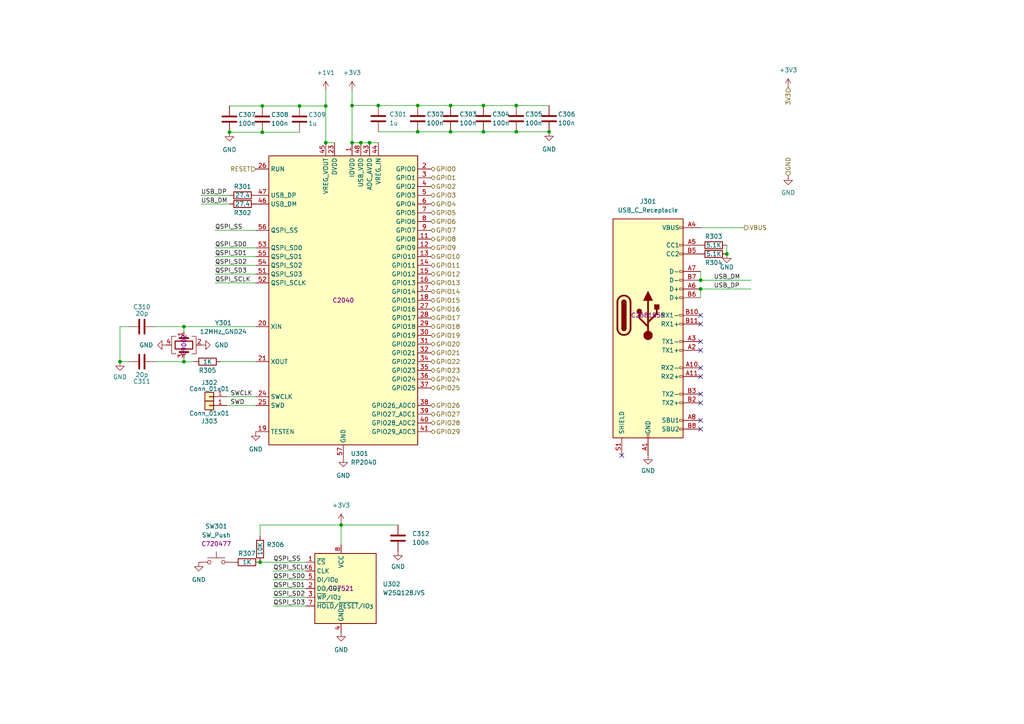
<source format=kicad_sch>
(kicad_sch (version 20250114) (generator "eeschema") (generator_version "9.0")
  (paper "A4")
  (lib_symbols
    (symbol "Connector:USB_C_Receptacle" (pin_names (offset 1.016))
      (property "Reference" "J" (at -10.16 29.21 0))
      (property "Value" "USB_C_Receptacle" (at 10.16 29.21 0))
      (symbol "USB_C_Receptacle_0_0"
        (rectangle (start -0.254 -35.56) (end 0.254 -34.544))
        (rectangle (start 10.16 25.654) (end 9.144 25.146))
        (rectangle (start 10.16 20.574) (end 9.144 20.066))
        (rectangle (start 10.16 18.034) (end 9.144 17.526))
        (rectangle (start 10.16 12.954) (end 9.144 12.446))
        (rectangle (start 10.16 10.414) (end 9.144 9.906))
        (rectangle (start 10.16 7.874) (end 9.144 7.366))
        (rectangle (start 10.16 5.334) (end 9.144 4.826))
        (rectangle (start 10.16 0.254) (end 9.144 -0.254))
        (rectangle (start 10.16 -2.286) (end 9.144 -2.794))
        (rectangle (start 10.16 -7.366) (end 9.144 -7.874))
        (rectangle (start 10.16 -9.906) (end 9.144 -10.414))
        (rectangle (start 10.16 -14.986) (end 9.144 -15.494))
        (rectangle (start 10.16 -17.526) (end 9.144 -18.034))
        (rectangle (start 10.16 -22.606) (end 9.144 -23.114))
        (rectangle (start 10.16 -25.146) (end 9.144 -25.654))
        (rectangle (start 10.16 -30.226) (end 9.144 -30.734))
        (rectangle (start 10.16 -32.766) (end 9.144 -33.274))
      )
      (symbol "USB_C_Receptacle_0_1"
        (rectangle (start -10.16 27.94) (end 10.16 -35.56) (stroke (width 0.254)) (fill (type background)))
        (polyline (pts (xy -8.89 -3.81) (xy -8.89 3.81)) (stroke (width 0.508)))
        (rectangle (start -7.62 -3.81) (end -6.35 3.81) (stroke (width 0.254)) (fill (type outline)))
        (arc (start -7.62 3.81) (mid -6.985 4.4423) (end -6.35 3.81) (stroke (width 0.254)))
        (arc (start -7.62 3.81) (mid -6.985 4.4423) (end -6.35 3.81) (stroke (width 0.254)) (fill (type outline)))
        (arc (start -8.89 3.81) (mid -6.985 5.7067) (end -5.08 3.81) (stroke (width 0.508)))
        (arc (start -5.08 -3.81) (mid -6.985 -5.7067) (end -8.89 -3.81) (stroke (width 0.508)))
        (arc (start -6.35 -3.81) (mid -6.985 -4.4423) (end -7.62 -3.81) (stroke (width 0.254)))
        (arc (start -6.35 -3.81) (mid -6.985 -4.4423) (end -7.62 -3.81) (stroke (width 0.254)) (fill (type outline)))
        (polyline (pts (xy -5.08 3.81) (xy -5.08 -3.81)) (stroke (width 0.508)))
      )
      (symbol "USB_C_Receptacle_1_1"
        (circle (center -2.54 1.143) (radius 0.635) (stroke (width 0.254)) (fill (type outline)))
        (polyline (pts (xy -1.27 4.318) (xy 0 6.858) (xy 1.27 4.318) (xy -1.27 4.318)) (stroke (width 0.254)) (fill (type outline)))
        (polyline (pts (xy 0 -2.032) (xy 2.54 0.508) (xy 2.54 1.778)) (stroke (width 0.508)))
        (polyline (pts (xy 0 -3.302) (xy -2.54 -0.762) (xy -2.54 0.508)) (stroke (width 0.508)))
        (polyline (pts (xy 0 -5.842) (xy 0 4.318)) (stroke (width 0.508)))
        (circle (center 0 -5.842) (radius 1.27) (fill (type outline)))
        (rectangle (start 1.905 1.778) (end 3.175 3.048) (stroke (width 0.254)) (fill (type outline)))
        (pin passive line (at -7.62 -40.64 90) (length 5.08) (name "SHIELD") (number "S1"))
        (pin passive line (at 0 -40.64 90) (length 5.08) (name "GND") (number "A1"))
        (pin passive line (at 0 -40.64 90) (length 5.08) (hide yes) (name "GND") (number "A12"))
        (pin passive line (at 0 -40.64 90) (length 5.08) (hide yes) (name "GND") (number "B1"))
        (pin passive line (at 0 -40.64 90) (length 5.08) (hide yes) (name "GND") (number "B12"))
        (pin passive line (at 15.24 25.4 180) (length 5.08) (name "VBUS") (number "A4"))
        (pin passive line (at 15.24 25.4 180) (length 5.08) (hide yes) (name "VBUS") (number "A9"))
        (pin passive line (at 15.24 25.4 180) (length 5.08) (hide yes) (name "VBUS") (number "B4"))
        (pin passive line (at 15.24 25.4 180) (length 5.08) (hide yes) (name "VBUS") (number "B9"))
        (pin bidirectional line (at 15.24 20.32 180) (length 5.08) (name "CC1") (number "A5"))
        (pin bidirectional line (at 15.24 17.78 180) (length 5.08) (name "CC2") (number "B5"))
        (pin bidirectional line (at 15.24 12.7 180) (length 5.08) (name "D-") (number "A7"))
        (pin bidirectional line (at 15.24 10.16 180) (length 5.08) (name "D-") (number "B7"))
        (pin bidirectional line (at 15.24 7.62 180) (length 5.08) (name "D+") (number "A6"))
        (pin bidirectional line (at 15.24 5.08 180) (length 5.08) (name "D+") (number "B6"))
        (pin bidirectional line (at 15.24 0 180) (length 5.08) (name "RX1-") (number "B10"))
        (pin bidirectional line (at 15.24 -2.54 180) (length 5.08) (name "RX1+") (number "B11"))
        (pin bidirectional line (at 15.24 -7.62 180) (length 5.08) (name "TX1-") (number "A3"))
        (pin bidirectional line (at 15.24 -10.16 180) (length 5.08) (name "TX1+") (number "A2"))
        (pin bidirectional line (at 15.24 -15.24 180) (length 5.08) (name "RX2-") (number "A10"))
        (pin bidirectional line (at 15.24 -17.78 180) (length 5.08) (name "RX2+") (number "A11"))
        (pin bidirectional line (at 15.24 -22.86 180) (length 5.08) (name "TX2-") (number "B3"))
        (pin bidirectional line (at 15.24 -25.4 180) (length 5.08) (name "TX2+") (number "B2"))
        (pin bidirectional line (at 15.24 -30.48 180) (length 5.08) (name "SBU1") (number "A8"))
        (pin bidirectional line (at 15.24 -33.02 180) (length 5.08) (name "SBU2") (number "B8"))
      )
    )
    (symbol "Connector_Generic:Conn_01x01" (pin_names (offset 1.016) (hide yes))
      (property "Reference" "J" (at 0 2.54 0))
      (property "Value" "Conn_01x01" (at 0 -2.54 0))
      (symbol "Conn_01x01_1_1"
        (rectangle (start -1.27 1.27) (end 1.27 -1.27) (stroke (width 0.254)) (fill (type background)))
        (rectangle (start -1.27 0.127) (end 0 -0.127) (stroke (width 0.1524)))
        (pin passive line (at -5.08 0 0) (length 3.81) (name "Pin_1") (number "1"))
      )
    )
    (symbol "Device:C" (pin_numbers (hide yes)) (pin_names (offset 0.254))
      (property "Reference" "C" (at 0.635 2.54 0))
      (property "Value" "C" (at 0.635 -2.54 0))
      (symbol "C_0_1"
        (polyline (pts (xy -2.032 0.762) (xy 2.032 0.762)) (stroke (width 0.508)))
        (polyline (pts (xy -2.032 -0.762) (xy 2.032 -0.762)) (stroke (width 0.508)))
      )
      (symbol "C_1_1"
        (pin passive line (at 0 3.81 270) (length 2.794) (name "~") (number "1"))
        (pin passive line (at 0 -3.81 90) (length 2.794) (name "~") (number "2"))
      )
    )
    (symbol "Device:Crystal_GND24" (pin_names (offset 1.016) (hide yes))
      (property "Reference" "Y" (at 3.175 5.08 0))
      (property "Value" "Crystal_GND24" (at 3.175 3.175 0))
      (symbol "Crystal_GND24_0_1"
        (polyline (pts (xy -2.54 2.286) (xy -2.54 3.556) (xy 2.54 3.556) (xy 2.54 2.286)))
        (polyline (pts (xy -2.54 0) (xy -2.032 0)))
        (polyline (pts (xy -2.54 -2.286) (xy -2.54 -3.556) (xy 2.54 -3.556) (xy 2.54 -2.286)))
        (polyline (pts (xy -2.032 -1.27) (xy -2.032 1.27)) (stroke (width 0.508)))
        (rectangle (start -1.143 2.54) (end 1.143 -2.54) (stroke (width 0.3048)))
        (polyline (pts (xy 0 3.556) (xy 0 3.81)))
        (polyline (pts (xy 0 -3.81) (xy 0 -3.556)))
        (polyline (pts (xy 2.032 0) (xy 2.54 0)))
        (polyline (pts (xy 2.032 -1.27) (xy 2.032 1.27)) (stroke (width 0.508)))
      )
      (symbol "Crystal_GND24_1_1"
        (pin passive line (at -3.81 0 0) (length 1.27) (name "1") (number "1"))
        (pin passive line (at 0 5.08 270) (length 1.27) (name "2") (number "2"))
        (pin passive line (at 0 -5.08 90) (length 1.27) (name "4") (number "4"))
        (pin passive line (at 3.81 0 180) (length 1.27) (name "3") (number "3"))
      )
    )
    (symbol "Device:R" (pin_numbers (hide yes)) (pin_names (offset 0))
      (property "Reference" "R" (at 2.032 0 90))
      (property "Value" "R" (at 0 0 90))
      (symbol "R_0_1"
        (rectangle (start -1.016 -2.54) (end 1.016 2.54) (stroke (width 0.254)))
      )
      (symbol "R_1_1"
        (pin passive line (at 0 3.81 270) (length 1.27) (name "~") (number "1"))
        (pin passive line (at 0 -3.81 90) (length 1.27) (name "~") (number "2"))
      )
    )
    (symbol "MCU_RaspberryPi:RP2040"
      (property "Reference" "U" (at 17.78 45.72 0))
      (property "Value" "RP2040" (at 17.78 43.18 0))
      (symbol "RP2040_0_1"
        (rectangle (start -21.59 41.91) (end 21.59 -41.91) (stroke (width 0.254)) (fill (type background)))
      )
      (symbol "RP2040_1_1"
        (pin input line (at -25.4 38.1 0) (length 3.81) (name "RUN") (number "26"))
        (pin bidirectional line (at -25.4 30.48 0) (length 3.81) (name "USB_DP") (number "47"))
        (pin bidirectional line (at -25.4 27.94 0) (length 3.81) (name "USB_DM") (number "46"))
        (pin bidirectional line (at -25.4 20.32 0) (length 3.81) (name "QSPI_SS") (number "56"))
        (pin bidirectional line (at -25.4 15.24 0) (length 3.81) (name "QSPI_SD0") (number "53"))
        (pin bidirectional line (at -25.4 12.7 0) (length 3.81) (name "QSPI_SD1") (number "55"))
        (pin bidirectional line (at -25.4 10.16 0) (length 3.81) (name "QSPI_SD2") (number "54"))
        (pin bidirectional line (at -25.4 7.62 0) (length 3.81) (name "QSPI_SD3") (number "51"))
        (pin output line (at -25.4 5.08 0) (length 3.81) (name "QSPI_SCLK") (number "52"))
        (pin input line (at -25.4 -7.62 0) (length 3.81) (name "XIN") (number "20"))
        (pin passive line (at -25.4 -17.78 0) (length 3.81) (name "XOUT") (number "21"))
        (pin input line (at -25.4 -27.94 0) (length 3.81) (name "SWCLK") (number "24"))
        (pin bidirectional line (at -25.4 -30.48 0) (length 3.81) (name "SWD") (number "25"))
        (pin input line (at -25.4 -38.1 0) (length 3.81) (name "TESTEN") (number "19"))
        (pin power_out line (at -5.08 45.72 270) (length 3.81) (name "VREG_VOUT") (number "45"))
        (pin power_in line (at -2.54 45.72 270) (length 3.81) (name "DVDD") (number "23"))
        (pin passive line (at -2.54 45.72 270) (length 3.81) (hide yes) (name "DVDD") (number "50"))
        (pin power_in line (at 0 -45.72 90) (length 3.81) (name "GND") (number "57"))
        (pin power_in line (at 2.54 45.72 270) (length 3.81) (name "IOVDD") (number "1"))
        (pin passive line (at 2.54 45.72 270) (length 3.81) (hide yes) (name "IOVDD") (number "10"))
        (pin passive line (at 2.54 45.72 270) (length 3.81) (hide yes) (name "IOVDD") (number "22"))
        (pin passive line (at 2.54 45.72 270) (length 3.81) (hide yes) (name "IOVDD") (number "33"))
        (pin passive line (at 2.54 45.72 270) (length 3.81) (hide yes) (name "IOVDD") (number "42"))
        (pin passive line (at 2.54 45.72 270) (length 3.81) (hide yes) (name "IOVDD") (number "49"))
        (pin power_in line (at 5.08 45.72 270) (length 3.81) (name "USB_VDD") (number "48"))
        (pin power_in line (at 7.62 45.72 270) (length 3.81) (name "ADC_AVDD") (number "43"))
        (pin power_in line (at 10.16 45.72 270) (length 3.81) (name "VREG_IN") (number "44"))
        (pin bidirectional line (at 25.4 38.1 180) (length 3.81) (name "GPIO0") (number "2"))
        (pin bidirectional line (at 25.4 35.56 180) (length 3.81) (name "GPIO1") (number "3"))
        (pin bidirectional line (at 25.4 33.02 180) (length 3.81) (name "GPIO2") (number "4"))
        (pin bidirectional line (at 25.4 30.48 180) (length 3.81) (name "GPIO3") (number "5"))
        (pin bidirectional line (at 25.4 27.94 180) (length 3.81) (name "GPIO4") (number "6"))
        (pin bidirectional line (at 25.4 25.4 180) (length 3.81) (name "GPIO5") (number "7"))
        (pin bidirectional line (at 25.4 22.86 180) (length 3.81) (name "GPIO6") (number "8"))
        (pin bidirectional line (at 25.4 20.32 180) (length 3.81) (name "GPIO7") (number "9"))
        (pin bidirectional line (at 25.4 17.78 180) (length 3.81) (name "GPIO8") (number "11"))
        (pin bidirectional line (at 25.4 15.24 180) (length 3.81) (name "GPIO9") (number "12"))
        (pin bidirectional line (at 25.4 12.7 180) (length 3.81) (name "GPIO10") (number "13"))
        (pin bidirectional line (at 25.4 10.16 180) (length 3.81) (name "GPIO11") (number "14"))
        (pin bidirectional line (at 25.4 7.62 180) (length 3.81) (name "GPIO12") (number "15"))
        (pin bidirectional line (at 25.4 5.08 180) (length 3.81) (name "GPIO13") (number "16"))
        (pin bidirectional line (at 25.4 2.54 180) (length 3.81) (name "GPIO14") (number "17"))
        (pin bidirectional line (at 25.4 0 180) (length 3.81) (name "GPIO15") (number "18"))
        (pin bidirectional line (at 25.4 -2.54 180) (length 3.81) (name "GPIO16") (number "27"))
        (pin bidirectional line (at 25.4 -5.08 180) (length 3.81) (name "GPIO17") (number "28"))
        (pin bidirectional line (at 25.4 -7.62 180) (length 3.81) (name "GPIO18") (number "29"))
        (pin bidirectional line (at 25.4 -10.16 180) (length 3.81) (name "GPIO19") (number "30"))
        (pin bidirectional line (at 25.4 -12.7 180) (length 3.81) (name "GPIO20") (number "31"))
        (pin bidirectional line (at 25.4 -15.24 180) (length 3.81) (name "GPIO21") (number "32"))
        (pin bidirectional line (at 25.4 -17.78 180) (length 3.81) (name "GPIO22") (number "34"))
        (pin bidirectional line (at 25.4 -20.32 180) (length 3.81) (name "GPIO23") (number "35"))
        (pin bidirectional line (at 25.4 -22.86 180) (length 3.81) (name "GPIO24") (number "36"))
        (pin bidirectional line (at 25.4 -25.4 180) (length 3.81) (name "GPIO25") (number "37"))
        (pin bidirectional line (at 25.4 -30.48 180) (length 3.81) (name "GPIO26_ADC0") (number "38"))
        (pin bidirectional line (at 25.4 -33.02 180) (length 3.81) (name "GPIO27_ADC1") (number "39"))
        (pin bidirectional line (at 25.4 -35.56 180) (length 3.81) (name "GPIO28_ADC2") (number "40"))
        (pin bidirectional line (at 25.4 -38.1 180) (length 3.81) (name "GPIO29_ADC3") (number "41"))
      )
    )
    (symbol "Memory_Flash:W25Q128JVS"
      (property "Reference" "U" (at -6.35 11.43 0))
      (property "Value" "W25Q128JVS" (at 7.62 11.43 0))
      (symbol "W25Q128JVS_0_1"
        (rectangle (start -7.62 10.16) (end 10.16 -10.16) (stroke (width 0.254)) (fill (type background)))
      )
      (symbol "W25Q128JVS_1_1"
        (pin input line (at -10.16 7.62 0) (length 2.54) (name "~{CS}") (number "1"))
        (pin input line (at -10.16 5.08 0) (length 2.54) (name "CLK") (number "6"))
        (pin bidirectional line (at -10.16 2.54 0) (length 2.54) (name "DI/IO_{0}") (number "5"))
        (pin bidirectional line (at -10.16 0 0) (length 2.54) (name "DO/IO_{1}") (number "2"))
        (pin bidirectional line (at -10.16 -2.54 0) (length 2.54) (name "~{WP}/IO_{2}") (number "3"))
        (pin bidirectional line (at -10.16 -5.08 0) (length 2.54) (name "~{HOLD}/~{RESET}/IO_{3}") (number "7"))
        (pin power_in line (at 0 12.7 270) (length 2.54) (name "VCC") (number "8"))
        (pin power_in line (at 0 -12.7 90) (length 2.54) (name "GND") (number "4"))
      )
    )
    (symbol "Switch:SW_Push" (pin_numbers (hide yes)) (pin_names (offset 1.016) (hide yes))
      (property "Reference" "SW" (at 1.27 2.54 0))
      (property "Value" "SW_Push" (at 0 -1.524 0))
      (symbol "SW_Push_0_1"
        (circle (center -2.032 0) (radius 0.508))
        (polyline (pts (xy 0 1.27) (xy 0 3.048)))
        (circle (center 2.032 0) (radius 0.508))
        (polyline (pts (xy 2.54 1.27) (xy -2.54 1.27)))
        (pin passive line (at -5.08 0 0) (length 2.54) (name "1") (number "1"))
        (pin passive line (at 5.08 0 180) (length 2.54) (name "2") (number "2"))
      )
    )
    (symbol "power:+1V1" (power) (pin_numbers (hide yes)) (pin_names (offset 0) (hide yes))
      (property "Value" "+1V1" (at 0 3.556 0))
      (symbol "+1V1_0_1"
        (polyline (pts (xy -0.762 1.27) (xy 0 2.54)))
        (polyline (pts (xy 0 2.54) (xy 0.762 1.27)))
        (polyline (pts (xy 0 0) (xy 0 2.54)))
      )
      (symbol "+1V1_1_1"
        (pin power_in line (at 0 0 90) (length 0) (name "~") (number "1"))
      )
    )
    (symbol "power:+3V3" (power) (pin_numbers (hide yes)) (pin_names (offset 0) (hide yes))
      (property "Value" "+3V3" (at 0 3.556 0))
      (symbol "+3V3_0_1"
        (polyline (pts (xy -0.762 1.27) (xy 0 2.54)))
        (polyline (pts (xy 0 2.54) (xy 0.762 1.27)))
        (polyline (pts (xy 0 0) (xy 0 2.54)))
      )
      (symbol "+3V3_1_1"
        (pin power_in line (at 0 0 90) (length 0) (name "~") (number "1"))
      )
    )
    (symbol "power:GND" (power) (pin_numbers (hide yes)) (pin_names (offset 0) (hide yes))
      (property "Value" "GND" (at 0 -3.81 0))
      (symbol "GND_0_1"
        (polyline (pts (xy 0 0) (xy 0 -1.27) (xy 1.27 -1.27) (xy 0 -2.54) (xy -1.27 -1.27) (xy 0 -1.27)))
      )
      (symbol "GND_1_1"
        (pin power_in line (at 0 0 270) (length 0) (name "~") (number "1"))
      )
    )
  )
  (junction (at 159.258 38.227))
  (junction (at 86.868 30.734))
  (junction (at 104.648 41.402))
  (junction (at 94.488 30.734))
  (junction (at 203.2 83.82))
  (junction (at 130.683 38.227))
  (junction (at 130.683 30.607))
  (junction (at 53.34 94.742))
  (junction (at 149.733 30.607))
  (junction (at 107.188 41.402))
  (junction (at 140.208 30.607))
  (junction (at 76.073 38.354))
  (junction (at 121.158 38.227))
  (junction (at 53.34 104.902))
  (junction (at 66.548 38.354))
  (junction (at 210.82 73.66))
  (junction (at 34.798 104.902))
  (junction (at 94.488 41.402))
  (junction (at 76.073 30.734))
  (junction (at 102.108 30.607))
  (junction (at 149.733 38.227))
  (junction (at 102.108 41.402))
  (junction (at 75.438 163.068))
  (junction (at 140.208 38.227))
  (junction (at 109.728 30.607))
  (junction (at 121.158 30.607))
  (junction (at 98.933 152.273))
  (junction (at 203.2 81.28))
  (no_connect (at 203.2 114.3))
  (no_connect (at 203.2 116.84))
  (no_connect (at 180.34 132.08))
  (no_connect (at 203.2 93.98))
  (no_connect (at 203.2 106.68))
  (no_connect (at 203.2 124.46))
  (no_connect (at 203.2 121.92))
  (no_connect (at 203.2 99.06))
  (no_connect (at 203.2 109.22))
  (no_connect (at 203.2 101.6))
  (no_connect (at 203.2 91.44))
  (wire (pts (xy 107.188 41.402) (xy 109.728 41.402)))
  (wire (pts (xy 102.108 41.402) (xy 104.648 41.402)))
  (wire (pts (xy 79.248 168.148) (xy 88.773 168.148)))
  (wire (pts (xy 53.34 94.742) (xy 53.34 96.266)))
  (wire (pts (xy 76.073 38.354) (xy 86.868 38.354)))
  (wire (pts (xy 34.798 104.902) (xy 37.338 104.902)))
  (wire (pts (xy 44.958 94.742) (xy 53.34 94.742)))
  (wire (pts (xy 102.108 26.162) (xy 102.108 30.607)))
  (wire (pts (xy 140.208 38.227) (xy 149.733 38.227)))
  (wire (pts (xy 149.733 30.607) (xy 159.258 30.607)))
  (wire (pts (xy 75.438 163.068) (xy 88.773 163.068)))
  (wire (pts (xy 94.488 30.734) (xy 94.488 41.402)))
  (wire (pts (xy 58.293 56.642) (xy 66.548 56.642)))
  (wire (pts (xy 76.073 30.734) (xy 86.868 30.734)))
  (wire (pts (xy 130.683 30.607) (xy 140.208 30.607)))
  (wire (pts (xy 62.357 76.962) (xy 74.168 76.962)))
  (wire (pts (xy 94.488 26.162) (xy 94.488 30.734)))
  (wire (pts (xy 75.438 152.273) (xy 75.438 155.448)))
  (wire (pts (xy 203.2 83.82) (xy 217.805 83.82)))
  (wire (pts (xy 102.108 30.607) (xy 109.728 30.607)))
  (wire (pts (xy 94.488 41.402) (xy 97.028 41.402)))
  (wire (pts (xy 109.728 30.607) (xy 121.158 30.607)))
  (wire (pts (xy 109.728 38.227) (xy 121.158 38.227)))
  (wire (pts (xy 34.798 94.742) (xy 37.338 94.742)))
  (wire (pts (xy 62.357 74.422) (xy 74.168 74.422)))
  (wire (pts (xy 98.933 152.273) (xy 98.933 157.988)))
  (wire (pts (xy 53.34 104.902) (xy 56.388 104.902)))
  (wire (pts (xy 79.248 170.688) (xy 88.773 170.688)))
  (wire (pts (xy 53.34 94.742) (xy 74.168 94.742)))
  (wire (pts (xy 98.933 151.638) (xy 98.933 152.273)))
  (wire (pts (xy 121.158 38.227) (xy 130.683 38.227)))
  (wire (pts (xy 79.248 173.228) (xy 88.773 173.228)))
  (wire (pts (xy 66.548 30.734) (xy 76.073 30.734)))
  (wire (pts (xy 62.357 79.502) (xy 74.168 79.502)))
  (wire (pts (xy 62.357 66.802) (xy 74.168 66.802)))
  (wire (pts (xy 98.933 152.273) (xy 75.438 152.273)))
  (wire (pts (xy 121.158 30.607) (xy 130.683 30.607)))
  (wire (pts (xy 130.683 38.227) (xy 140.208 38.227)))
  (wire (pts (xy 203.2 78.74) (xy 203.2 81.28)))
  (wire (pts (xy 58.293 59.182) (xy 66.548 59.182)))
  (wire (pts (xy 79.248 175.768) (xy 88.773 175.768)))
  (wire (pts (xy 53.34 103.886) (xy 53.34 104.902)))
  (wire (pts (xy 62.357 71.882) (xy 74.168 71.882)))
  (wire (pts (xy 203.2 66.04) (xy 215.9 66.04)))
  (wire (pts (xy 65.786 117.602) (xy 74.168 117.602)))
  (wire (pts (xy 104.648 41.402) (xy 107.188 41.402)))
  (wire (pts (xy 62.357 82.042) (xy 74.168 82.042)))
  (wire (pts (xy 203.2 81.28) (xy 217.805 81.28)))
  (wire (pts (xy 149.733 38.227) (xy 159.258 38.227)))
  (wire (pts (xy 65.786 115.062) (xy 74.168 115.062)))
  (wire (pts (xy 102.108 30.607) (xy 102.108 41.402)))
  (wire (pts (xy 98.933 152.273) (xy 115.443 152.273)))
  (wire (pts (xy 86.868 30.734) (xy 94.488 30.734)))
  (wire (pts (xy 210.82 71.12) (xy 210.82 73.66)))
  (wire (pts (xy 140.208 30.607) (xy 149.733 30.607)))
  (wire (pts (xy 64.008 104.902) (xy 74.168 104.902)))
  (wire (pts (xy 34.798 94.742) (xy 34.798 104.902)))
  (wire (pts (xy 203.2 83.82) (xy 203.2 86.36)))
  (wire (pts (xy 79.248 165.608) (xy 88.773 165.608)))
  (wire (pts (xy 66.548 38.354) (xy 76.073 38.354)))
  (wire (pts (xy 44.958 104.902) (xy 53.34 104.902)))
  (label "USB_DP" (at 58.293 56.642 0))
  (label "QSPI_SS" (at 62.357 66.802 0))
  (label "USB_DM" (at 58.293 59.182 0))
  (label "USB_DP" (at 207.01 83.82 0))
  (label "QSPI_SD3" (at 79.248 175.768 0))
  (label "USB_DM" (at 207.01 81.28 0))
  (label "QSPI_SCLK" (at 62.357 82.042 0))
  (label "QSPI_SD2" (at 79.248 173.228 0))
  (label "QSPI_SD3" (at 62.357 79.502 0))
  (label "QSPI_SD0" (at 79.248 168.148 0))
  (label "QSPI_SD1" (at 62.357 74.422 0))
  (label "QSPI_SD0" (at 62.357 71.882 0))
  (label "QSPI_SCLK" (at 79.248 165.608 0))
  (label "QSPI_SS" (at 79.248 163.068 0))
  (label "QSPI_SD2" (at 62.357 76.962 0))
  (label "SWCLK" (at 66.802 115.062 0))
  (label "SWD" (at 66.802 117.602 0))
  (label "QSPI_SD1" (at 79.248 170.688 0))
  (hierarchical_label "GPIO2" (shape bidirectional) (at 124.968 54.102 0))
  (hierarchical_label "GPIO18" (shape bidirectional) (at 124.968 94.742 0))
  (hierarchical_label "GPIO6" (shape bidirectional) (at 124.968 64.262 0))
  (hierarchical_label "GPIO22" (shape bidirectional) (at 124.968 104.902 0))
  (hierarchical_label "GPIO14" (shape bidirectional) (at 124.968 84.582 0))
  (hierarchical_label "GPIO28" (shape bidirectional) (at 124.968 122.682 0))
  (hierarchical_label "GPIO3" (shape bidirectional) (at 124.968 56.642 0))
  (hierarchical_label "GPIO17" (shape bidirectional) (at 124.968 92.202 0))
  (hierarchical_label "GPIO9" (shape bidirectional) (at 124.968 71.882 0))
  (hierarchical_label "RESET" (shape input) (at 74.168 49.022 180))
  (hierarchical_label "GPIO29" (shape bidirectional) (at 124.968 125.222 0))
  (hierarchical_label "GPIO0" (shape bidirectional) (at 124.968 49.022 0))
  (hierarchical_label "GPIO7" (shape bidirectional) (at 124.968 66.802 0))
  (hierarchical_label "3V3" (shape input) (at 228.6 25.4 270))
  (hierarchical_label "GPIO27" (shape bidirectional) (at 124.968 120.142 0))
  (hierarchical_label "GPIO16" (shape bidirectional) (at 124.968 89.662 0))
  (hierarchical_label "GND" (shape input) (at 228.6 51.054 90))
  (hierarchical_label "GPIO1" (shape bidirectional) (at 124.968 51.562 0))
  (hierarchical_label "GPIO5" (shape bidirectional) (at 124.968 61.722 0))
  (hierarchical_label "GPIO12" (shape bidirectional) (at 124.968 79.502 0))
  (hierarchical_label "GPIO8" (shape bidirectional) (at 124.968 69.342 0))
  (hierarchical_label "GPIO20" (shape bidirectional) (at 124.968 99.822 0))
  (hierarchical_label "GPIO13" (shape bidirectional) (at 124.968 82.042 0))
  (hierarchical_label "GPIO10" (shape bidirectional) (at 124.968 74.422 0))
  (hierarchical_label "GPIO19" (shape bidirectional) (at 124.968 97.282 0))
  (hierarchical_label "VBUS" (shape output) (at 215.9 66.04 0))
  (hierarchical_label "GPIO4" (shape bidirectional) (at 124.968 59.182 0))
  (hierarchical_label "GPIO24" (shape bidirectional) (at 124.968 109.982 0))
  (hierarchical_label "GPIO26" (shape bidirectional) (at 124.968 117.602 0))
  (hierarchical_label "GPIO15" (shape bidirectional) (at 124.968 87.122 0))
  (hierarchical_label "GPIO21" (shape bidirectional) (at 124.968 102.362 0))
  (hierarchical_label "GPIO25" (shape bidirectional) (at 124.968 112.522 0))
  (hierarchical_label "GPIO23" (shape bidirectional) (at 124.968 107.442 0))
  (hierarchical_label "GPIO11" (shape bidirectional) (at 124.968 76.962 0))
  (symbol (lib_id "power:+3V3") (at 228.6 25.4 0) (unit 1)
    (property "Reference" "#PWR0201" (effects (hide yes)))
    (property "Value" "+3V3" (at 228.6 20.32 0))
    (property "Description" "Power symbol creates a global label with name \"+3V3\"" (effects (hide yes)))
    (instances (project "main" (path "" (reference "#PWR0301") (unit 1)) (path "" (reference "#PWR0201") (unit 1))))
  )
  (symbol (lib_id "Device:C") (at 140.208 34.417 0) (unit 1)
    (property "Reference" "C204" (at 142.748 33.147 0) (effects (justify left)))
    (property "Value" "100n" (at 142.748 35.687 0) (effects (justify left)))
    (property "Footprint" "Capacitor_SMD:C_0402_1005Metric" (effects (hide yes)))
    (property "Description" "Unpolarized capacitor" (effects (hide yes)))
    (instances (project "main" (path "" (reference "C304") (unit 1)) (path "" (reference "C204") (unit 1))))
  )
  (symbol (lib_id "power:GND") (at 34.798 104.902 0) (unit 1)
    (property "Reference" "#PWR0208" (effects (hide yes)))
    (property "Value" "GND" (at 34.798 109.347 0))
    (property "Description" "Power symbol creates a global label with name \"GND\" , ground" (effects (hide yes)))
    (instances (project "main" (path "" (reference "#PWR0308") (unit 1)) (path "" (reference "#PWR0208") (unit 1))))
  )
  (symbol (lib_id "Device:C") (at 109.728 34.417 0) (unit 1)
    (property "Reference" "C201" (at 112.903 33.147 0) (effects (justify left)))
    (property "Value" "1u" (at 112.903 35.687 0) (effects (justify left)))
    (property "Footprint" "Capacitor_SMD:C_0603_1608Metric" (effects (hide yes)))
    (property "Description" "Unpolarized capacitor" (effects (hide yes)))
    (instances (project "main" (path "" (reference "C301") (unit 1)) (path "" (reference "C201") (unit 1))))
  )
  (symbol (lib_id "Device:C") (at 66.548 34.544 0) (unit 1)
    (property "Reference" "C207" (at 69.088 33.274 0) (effects (justify left)))
    (property "Value" "100n" (at 69.088 35.814 0) (effects (justify left)))
    (property "Footprint" "Capacitor_SMD:C_0402_1005Metric" (effects (hide yes)))
    (property "Description" "Unpolarized capacitor" (effects (hide yes)))
    (instances (project "main" (path "" (reference "C307") (unit 1)) (path "" (reference "C207") (unit 1))))
  )
  (symbol (lib_id "Connector_Generic:Conn_01x01") (at 60.706 115.062 180) (unit 1)
    (property "Reference" "J202" (at 60.706 110.998 0))
    (property "Value" "Conn_01x01" (at 60.706 112.776 0))
    (property "Footprint" "TestPoint:TestPoint_Pad_1.0x1.0mm" (effects (hide yes)))
    (property "Description" "Generic connector, single row, 01x01, script generated (kicad-library-utils/schlib/autogen/connector/)" (effects (hide yes)))
    (instances (project "" (path "" (reference "J302") (unit 1)) (path "" (reference "J202") (unit 1))))
  )
  (symbol (lib_id "Connector:USB_C_Receptacle") (at 187.96 91.44 0) (unit 1)
    (property "Reference" "J201" (at 187.96 58.42 0))
    (property "Value" "USB_C_Receptacle" (at 187.96 60.96 0))
    (property "Footprint" "Gboard:USBC_24P" (effects (hide yes)))
    (property "Datasheet" "https://www.usb.org/sites/default/files/documents/usb_type-c.zip" (effects (hide yes)))
    (property "Description" "USB Full-Featured Type-C Receptacle connector" (effects (hide yes)))
    (property "LCSC" "C2681555" (at 187.96 91.44 0))
    (instances (project "main" (path "" (reference "J301") (unit 1)) (path "" (reference "J201") (unit 1))))
  )
  (symbol (lib_id "Device:C") (at 159.258 34.417 0) (unit 1)
    (property "Reference" "C206" (at 161.798 33.147 0) (effects (justify left)))
    (property "Value" "100n" (at 161.798 35.687 0) (effects (justify left)))
    (property "Footprint" "Capacitor_SMD:C_0402_1005Metric" (effects (hide yes)))
    (property "Description" "Unpolarized capacitor" (effects (hide yes)))
    (instances (project "main" (path "" (reference "C306") (unit 1)) (path "" (reference "C206") (unit 1))))
  )
  (symbol (lib_id "Device:C") (at 130.683 34.417 0) (unit 1)
    (property "Reference" "C203" (at 133.223 33.147 0) (effects (justify left)))
    (property "Value" "100n" (at 133.223 35.687 0) (effects (justify left)))
    (property "Footprint" "Capacitor_SMD:C_0402_1005Metric" (effects (hide yes)))
    (property "Description" "Unpolarized capacitor" (effects (hide yes)))
    (instances (project "main" (path "" (reference "C303") (unit 1)) (path "" (reference "C203") (unit 1))))
  )
  (symbol (lib_id "power:GND") (at 58.42 100.076 90) (unit 1)
    (property "Reference" "#PWR0216" (effects (hide yes)))
    (property "Value" "GND" (at 62.23 100.0759 90) (effects (justify right)))
    (property "Description" "Power symbol creates a global label with name \"GND\" , ground" (effects (hide yes)))
    (instances (project "" (path "" (reference "#PWR0316") (unit 1)) (path "" (reference "#PWR0216") (unit 1))))
  )
  (symbol (lib_id "power:GND") (at 74.168 125.222 0) (unit 1)
    (property "Reference" "#PWR0209" (effects (hide yes)))
    (property "Value" "GND" (at 74.168 130.302 0))
    (property "Description" "Power symbol creates a global label with name \"GND\" , ground" (effects (hide yes)))
    (instances (project "main" (path "" (reference "#PWR0309") (unit 1)) (path "" (reference "#PWR0209") (unit 1))))
  )
  (symbol (lib_id "power:+1V1") (at 94.488 26.162 0) (unit 1)
    (property "Reference" "#PWR0202" (effects (hide yes)))
    (property "Value" "+1V1" (at 94.488 21.082 0))
    (property "Description" "Power symbol creates a global label with name \"+1V1\"" (effects (hide yes)))
    (instances (project "main" (path "" (reference "#PWR0302") (unit 1)) (path "" (reference "#PWR0202") (unit 1))))
  )
  (symbol (lib_id "Device:C") (at 149.733 34.417 0) (unit 1)
    (property "Reference" "C205" (at 152.273 33.147 0) (effects (justify left)))
    (property "Value" "100n" (at 152.273 35.687 0) (effects (justify left)))
    (property "Footprint" "Capacitor_SMD:C_0402_1005Metric" (effects (hide yes)))
    (property "Description" "Unpolarized capacitor" (effects (hide yes)))
    (instances (project "main" (path "" (reference "C305") (unit 1)) (path "" (reference "C205") (unit 1))))
  )
  (symbol (lib_id "Device:C") (at 41.148 94.742 90) (unit 1)
    (property "Reference" "C210" (at 41.148 89.027 90))
    (property "Value" "20p" (at 41.148 90.932 90))
    (property "Footprint" "Capacitor_SMD:C_0402_1005Metric" (effects (hide yes)))
    (property "Description" "Unpolarized capacitor" (effects (hide yes)))
    (instances (project "main" (path "" (reference "C310") (unit 1)) (path "" (reference "C210") (unit 1))))
  )
  (symbol (lib_id "Connector_Generic:Conn_01x01") (at 60.706 117.602 180) (unit 1)
    (property "Reference" "J203" (at 60.706 122.174 0))
    (property "Value" "Conn_01x01" (at 60.706 119.888 0))
    (property "Footprint" "TestPoint:TestPoint_Pad_1.0x1.0mm" (effects (hide yes)))
    (property "Description" "Generic connector, single row, 01x01, script generated (kicad-library-utils/schlib/autogen/connector/)" (effects (hide yes)))
    (instances (project "" (path "" (reference "J303") (unit 1)) (path "" (reference "J203") (unit 1))))
  )
  (symbol (lib_id "Device:R") (at 71.628 163.068 90) (unit 1)
    (property "Reference" "R207" (at 71.628 160.528 90))
    (property "Value" "1K" (at 71.628 163.068 90))
    (property "Footprint" "Resistor_SMD:R_0402_1005Metric" (effects (hide yes)))
    (property "Description" "Resistor" (effects (hide yes)))
    (instances (project "main" (path "" (reference "R307") (unit 1)) (path "" (reference "R207") (unit 1))))
  )
  (symbol (lib_id "power:GND") (at 159.258 38.227 0) (unit 1)
    (property "Reference" "#PWR0204" (effects (hide yes)))
    (property "Value" "GND" (at 159.258 43.307 0))
    (property "Description" "Power symbol creates a global label with name \"GND\" , ground" (effects (hide yes)))
    (instances (project "main" (path "" (reference "#PWR0304") (unit 1)) (path "" (reference "#PWR0204") (unit 1))))
  )
  (symbol (lib_id "Device:R") (at 207.01 73.66 90) (unit 1)
    (property "Reference" "R204" (at 207.01 76.2 90))
    (property "Value" "5.1K" (at 207.01 73.66 90))
    (property "Footprint" "Resistor_SMD:R_0402_1005Metric" (effects (hide yes)))
    (property "Description" "Resistor" (effects (hide yes)))
    (instances (project "main" (path "" (reference "R304") (unit 1)) (path "" (reference "R204") (unit 1))))
  )
  (symbol (lib_id "Device:C") (at 121.158 34.417 0) (unit 1)
    (property "Reference" "C202" (at 123.698 33.147 0) (effects (justify left)))
    (property "Value" "100n" (at 123.698 35.687 0) (effects (justify left)))
    (property "Footprint" "Capacitor_SMD:C_0402_1005Metric" (effects (hide yes)))
    (property "Description" "Unpolarized capacitor" (effects (hide yes)))
    (instances (project "main" (path "" (reference "C302") (unit 1)) (path "" (reference "C202") (unit 1))))
  )
  (symbol (lib_id "power:GND") (at 48.26 100.076 270) (unit 1)
    (property "Reference" "#PWR0217" (effects (hide yes)))
    (property "Value" "GND" (at 44.45 100.0759 90) (effects (justify right)))
    (property "Description" "Power symbol creates a global label with name \"GND\" , ground" (effects (hide yes)))
    (instances (project "" (path "" (reference "#PWR0317") (unit 1)) (path "" (reference "#PWR0217") (unit 1))))
  )
  (symbol (lib_id "Device:R") (at 70.358 59.182 90) (unit 1)
    (property "Reference" "R202" (at 70.358 61.722 90))
    (property "Value" "27.4" (at 70.358 59.182 90))
    (property "Footprint" "Resistor_SMD:R_0402_1005Metric" (effects (hide yes)))
    (property "Description" "Resistor" (effects (hide yes)))
    (instances (project "main" (path "" (reference "R302") (unit 1)) (path "" (reference "R202") (unit 1))))
  )
  (symbol (lib_id "power:GND") (at 210.82 73.66 0) (unit 1)
    (property "Reference" "#PWR0207" (effects (hide yes)))
    (property "Value" "GND" (at 210.82 77.47 0))
    (property "Description" "Power symbol creates a global label with name \"GND\" , ground" (effects (hide yes)))
    (instances (project "main" (path "" (reference "#PWR0307") (unit 1)) (path "" (reference "#PWR0207") (unit 1))))
  )
  (symbol (lib_id "Device:Crystal_GND24") (at 53.34 100.076 270) (unit 1)
    (property "Reference" "Y201" (at 64.77 93.6558 90))
    (property "Value" "12MHz_GND24" (at 64.77 96.1958 90))
    (property "Footprint" "Crystal:Crystal_SMD_SeikoEpson_TSX3225-4Pin_3.2x2.5mm" (effects (hide yes)))
    (property "Description" "Four pin crystal, GND on pins 2 and 4" (effects (hide yes)))
    (property "LCSC" "C9002" (at 53.34 100.076 0))
    (instances (project "" (path "" (reference "Y301") (unit 1)) (path "" (reference "Y201") (unit 1))))
  )
  (symbol (lib_id "Device:C") (at 86.868 34.544 0) (unit 1)
    (property "Reference" "C209" (at 89.408 33.274 0) (effects (justify left)))
    (property "Value" "1u" (at 89.408 35.814 0) (effects (justify left)))
    (property "Footprint" "Capacitor_SMD:C_0603_1608Metric" (effects (hide yes)))
    (property "Description" "Unpolarized capacitor" (effects (hide yes)))
    (instances (project "main" (path "" (reference "C309") (unit 1)) (path "" (reference "C209") (unit 1))))
  )
  (symbol (lib_id "MCU_RaspberryPi:RP2040") (at 99.568 87.122 0) (unit 1)
    (property "Reference" "U201" (at 101.7113 131.572 0) (effects (justify left)))
    (property "Value" "RP2040" (at 101.7113 134.112 0) (effects (justify left)))
    (property "Footprint" "Package_DFN_QFN:QFN-56-1EP_7x7mm_P0.4mm_EP3.2x3.2mm" (effects (hide yes)))
    (property "Datasheet" "https://datasheets.raspberrypi.com/rp2040/rp2040-datasheet.pdf" (effects (hide yes)))
    (property "Description" "A microcontroller by Raspberry Pi" (effects (hide yes)))
    (property "LCSC" "C2040" (at 99.568 87.122 0))
    (instances (project "main" (path "" (reference "U301") (unit 1)) (path "" (reference "U201") (unit 1))))
  )
  (symbol (lib_id "Switch:SW_Push") (at 62.738 163.068 0) (unit 1)
    (property "Reference" "SW201" (at 62.738 152.654 0))
    (property "Value" "SW_Push" (at 62.738 155.194 0))
    (property "Footprint" "Gboard:SW_SMD_PUSH" (effects (hide yes)))
    (property "Description" "Push button switch, generic, two pins" (effects (hide yes)))
    (property "LCSC" "C720477" (at 62.738 157.734 0))
    (instances (project "main" (path "" (reference "SW301") (unit 1)) (path "" (reference "SW201") (unit 1))))
  )
  (symbol (lib_id "power:GND") (at 187.96 132.08 0) (unit 1)
    (property "Reference" "#PWR0210" (effects (hide yes)))
    (property "Value" "GND" (at 187.96 136.525 0))
    (property "Description" "Power symbol creates a global label with name \"GND\" , ground" (effects (hide yes)))
    (instances (project "main" (path "" (reference "#PWR0310") (unit 1)) (path "" (reference "#PWR0210") (unit 1))))
  )
  (symbol (lib_id "Device:R") (at 70.358 56.642 90) (unit 1)
    (property "Reference" "R201" (at 70.358 54.102 90))
    (property "Value" "27.4" (at 70.358 56.642 90))
    (property "Footprint" "Resistor_SMD:R_0402_1005Metric" (effects (hide yes)))
    (property "Description" "Resistor" (effects (hide yes)))
    (instances (project "main" (path "" (reference "R301") (unit 1)) (path "" (reference "R201") (unit 1))))
  )
  (symbol (lib_id "Memory_Flash:W25Q128JVS") (at 98.933 170.688 0) (unit 1)
    (property "Reference" "U202" (at 110.998 169.4179 0) (effects (justify left)))
    (property "Value" "W25Q128JVS" (at 110.998 171.9579 0) (effects (justify left)))
    (property "Footprint" "Package_SO:SOIC-8_5.3x5.3mm_P1.27mm" (effects (hide yes)))
    (property "Datasheet" "https://www.winbond.com/resource-files/w25q128jv_dtr%20revc%2003272018%20plus.pdf" (effects (hide yes)))
    (property "Description" "128Mbit / 16MiB Serial Flash Memory, Standard/Dual/Quad SPI, 2.7-3.6V, SOIC-8" (effects (hide yes)))
    (property "LCSC" "C97521" (at 98.933 170.688 0))
    (instances (project "main" (path "" (reference "U302") (unit 1)) (path "" (reference "U202") (unit 1))))
  )
  (symbol (lib_id "power:GND") (at 99.568 132.842 0) (unit 1)
    (property "Reference" "#PWR0211" (effects (hide yes)))
    (property "Value" "GND" (at 99.568 137.922 0))
    (property "Description" "Power symbol creates a global label with name \"GND\" , ground" (effects (hide yes)))
    (instances (project "main" (path "" (reference "#PWR0311") (unit 1)) (path "" (reference "#PWR0211") (unit 1))))
  )
  (symbol (lib_id "power:GND") (at 228.6 51.054 0) (unit 1)
    (property "Reference" "#PWR0206" (effects (hide yes)))
    (property "Value" "GND" (at 228.6 55.88 0))
    (property "Description" "Power symbol creates a global label with name \"GND\" , ground" (effects (hide yes)))
    (instances (project "main" (path "" (reference "#PWR0306") (unit 1)) (path "" (reference "#PWR0206") (unit 1))))
  )
  (symbol (lib_id "Device:R") (at 60.198 104.902 90) (unit 1)
    (property "Reference" "R205" (at 60.198 107.442 90))
    (property "Value" "1K" (at 60.198 104.902 90))
    (property "Footprint" "Resistor_SMD:R_0402_1005Metric" (effects (hide yes)))
    (property "Description" "Resistor" (effects (hide yes)))
    (instances (project "main" (path "" (reference "R305") (unit 1)) (path "" (reference "R205") (unit 1))))
  )
  (symbol (lib_id "Device:R") (at 75.438 159.258 0) (unit 1)
    (property "Reference" "R206" (at 77.343 157.988 0) (effects (justify left)))
    (property "Value" "10K" (at 75.438 161.163 90) (effects (justify left)))
    (property "Footprint" "Resistor_SMD:R_0402_1005Metric" (effects (hide yes)))
    (property "Description" "Resistor" (effects (hide yes)))
    (instances (project "main" (path "" (reference "R306") (unit 1)) (path "" (reference "R206") (unit 1))))
  )
  (symbol (lib_id "power:GND") (at 66.548 38.354 0) (unit 1)
    (property "Reference" "#PWR0205" (effects (hide yes)))
    (property "Value" "GND" (at 66.548 43.434 0))
    (property "Description" "Power symbol creates a global label with name \"GND\" , ground" (effects (hide yes)))
    (instances (project "main" (path "" (reference "#PWR0305") (unit 1)) (path "" (reference "#PWR0205") (unit 1))))
  )
  (symbol (lib_id "Device:C") (at 41.148 104.902 90) (unit 1)
    (property "Reference" "C211" (at 41.148 110.617 90))
    (property "Value" "20p" (at 41.148 108.712 90))
    (property "Footprint" "Capacitor_SMD:C_0402_1005Metric" (effects (hide yes)))
    (property "Description" "Unpolarized capacitor" (effects (hide yes)))
    (instances (project "main" (path "" (reference "C311") (unit 1)) (path "" (reference "C211") (unit 1))))
  )
  (symbol (lib_id "Device:R") (at 207.01 71.12 90) (unit 1)
    (property "Reference" "R203" (at 207.01 68.58 90))
    (property "Value" "5.1K" (at 207.01 71.12 90))
    (property "Footprint" "Resistor_SMD:R_0402_1005Metric" (effects (hide yes)))
    (property "Description" "Resistor" (effects (hide yes)))
    (instances (project "main" (path "" (reference "R303") (unit 1)) (path "" (reference "R203") (unit 1))))
  )
  (symbol (lib_id "power:+3V3") (at 98.933 151.638 0) (unit 1)
    (property "Reference" "#PWR0212" (effects (hide yes)))
    (property "Value" "+3V3" (at 98.933 146.558 0))
    (property "Description" "Power symbol creates a global label with name \"+3V3\"" (effects (hide yes)))
    (instances (project "main" (path "" (reference "#PWR0312") (unit 1)) (path "" (reference "#PWR0212") (unit 1))))
  )
  (symbol (lib_id "power:+3V3") (at 102.108 26.162 0) (unit 1)
    (property "Reference" "#PWR0203" (effects (hide yes)))
    (property "Value" "+3V3" (at 102.108 21.082 0))
    (property "Description" "Power symbol creates a global label with name \"+3V3\"" (effects (hide yes)))
    (instances (project "main" (path "" (reference "#PWR0303") (unit 1)) (path "" (reference "#PWR0203") (unit 1))))
  )
  (symbol (lib_id "Device:C") (at 76.073 34.544 0) (unit 1)
    (property "Reference" "C208" (at 78.613 33.274 0) (effects (justify left)))
    (property "Value" "100n" (at 78.613 35.814 0) (effects (justify left)))
    (property "Footprint" "Capacitor_SMD:C_0402_1005Metric" (effects (hide yes)))
    (property "Description" "Unpolarized capacitor" (effects (hide yes)))
    (instances (project "main" (path "" (reference "C308") (unit 1)) (path "" (reference "C208") (unit 1))))
  )
  (symbol (lib_id "power:GND") (at 115.443 159.893 0) (unit 1)
    (property "Reference" "#PWR0213" (effects (hide yes)))
    (property "Value" "GND" (at 115.443 164.338 0))
    (property "Description" "Power symbol creates a global label with name \"GND\" , ground" (effects (hide yes)))
    (instances (project "main" (path "" (reference "#PWR0313") (unit 1)) (path "" (reference "#PWR0213") (unit 1))))
  )
  (symbol (lib_id "power:GND") (at 57.658 163.068 0) (unit 1)
    (property "Reference" "#PWR0214" (effects (hide yes)))
    (property "Value" "GND" (at 57.658 168.148 0))
    (property "Description" "Power symbol creates a global label with name \"GND\" , ground" (effects (hide yes)))
    (instances (project "main" (path "" (reference "#PWR0314") (unit 1)) (path "" (reference "#PWR0214") (unit 1))))
  )
  (symbol (lib_id "Device:C") (at 115.443 156.083 0) (unit 1)
    (property "Reference" "C212" (at 119.507 154.8129 0) (effects (justify left)))
    (property "Value" "100n" (at 119.507 157.3529 0) (effects (justify left)))
    (property "Footprint" "Capacitor_SMD:C_0402_1005Metric" (effects (hide yes)))
    (property "Description" "Unpolarized capacitor" (effects (hide yes)))
    (instances (project "main" (path "" (reference "C312") (unit 1)) (path "" (reference "C212") (unit 1))))
  )
  (symbol (lib_id "power:GND") (at 98.933 183.388 0) (unit 1)
    (property "Reference" "#PWR0215" (effects (hide yes)))
    (property "Value" "GND" (at 98.933 188.468 0))
    (property "Description" "Power symbol creates a global label with name \"GND\" , ground" (effects (hide yes)))
    (instances (project "main" (path "" (reference "#PWR0315") (unit 1)) (path "" (reference "#PWR0215") (unit 1))))
  )
)
</source>
